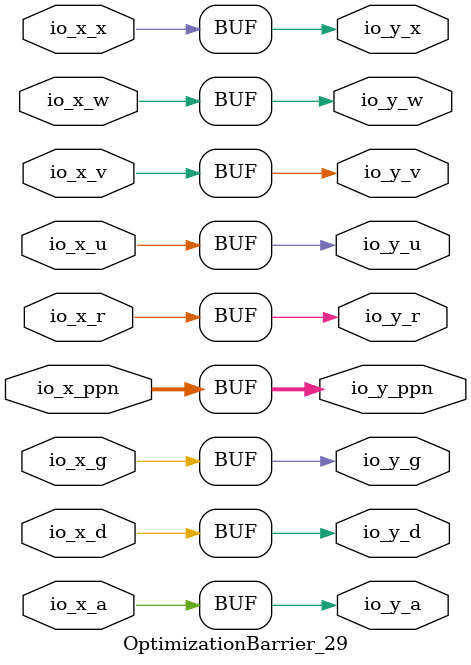
<source format=sv>
`ifndef RANDOMIZE
  `ifdef RANDOMIZE_REG_INIT
    `define RANDOMIZE
  `endif // RANDOMIZE_REG_INIT
`endif // not def RANDOMIZE
`ifndef RANDOMIZE
  `ifdef RANDOMIZE_MEM_INIT
    `define RANDOMIZE
  `endif // RANDOMIZE_MEM_INIT
`endif // not def RANDOMIZE

`ifndef RANDOM
  `define RANDOM $random
`endif // not def RANDOM

// Users can define 'PRINTF_COND' to add an extra gate to prints.
`ifndef PRINTF_COND_
  `ifdef PRINTF_COND
    `define PRINTF_COND_ (`PRINTF_COND)
  `else  // PRINTF_COND
    `define PRINTF_COND_ 1
  `endif // PRINTF_COND
`endif // not def PRINTF_COND_

// Users can define 'ASSERT_VERBOSE_COND' to add an extra gate to assert error printing.
`ifndef ASSERT_VERBOSE_COND_
  `ifdef ASSERT_VERBOSE_COND
    `define ASSERT_VERBOSE_COND_ (`ASSERT_VERBOSE_COND)
  `else  // ASSERT_VERBOSE_COND
    `define ASSERT_VERBOSE_COND_ 1
  `endif // ASSERT_VERBOSE_COND
`endif // not def ASSERT_VERBOSE_COND_

// Users can define 'STOP_COND' to add an extra gate to stop conditions.
`ifndef STOP_COND_
  `ifdef STOP_COND
    `define STOP_COND_ (`STOP_COND)
  `else  // STOP_COND
    `define STOP_COND_ 1
  `endif // STOP_COND
`endif // not def STOP_COND_

// Users can define INIT_RANDOM as general code that gets injected into the
// initializer block for modules with registers.
`ifndef INIT_RANDOM
  `define INIT_RANDOM
`endif // not def INIT_RANDOM

// If using random initialization, you can also define RANDOMIZE_DELAY to
// customize the delay used, otherwise 0.002 is used.
`ifndef RANDOMIZE_DELAY
  `define RANDOMIZE_DELAY 0.002
`endif // not def RANDOMIZE_DELAY

// Define INIT_RANDOM_PROLOG_ for use in our modules below.
`ifndef INIT_RANDOM_PROLOG_
  `ifdef RANDOMIZE
    `ifdef VERILATOR
      `define INIT_RANDOM_PROLOG_ `INIT_RANDOM
    `else  // VERILATOR
      `define INIT_RANDOM_PROLOG_ `INIT_RANDOM #`RANDOMIZE_DELAY begin end
    `endif // VERILATOR
  `else  // RANDOMIZE
    `define INIT_RANDOM_PROLOG_
  `endif // RANDOMIZE
`endif // not def INIT_RANDOM_PROLOG_

module OptimizationBarrier_29(
  input  [43:0] io_x_ppn,
  input         io_x_d,
                io_x_a,
                io_x_g,
                io_x_u,
                io_x_x,
                io_x_w,
                io_x_r,
                io_x_v,
  output [43:0] io_y_ppn,
  output        io_y_d,
                io_y_a,
                io_y_g,
                io_y_u,
                io_y_x,
                io_y_w,
                io_y_r,
                io_y_v
);

  assign io_y_ppn = io_x_ppn;
  assign io_y_d = io_x_d;
  assign io_y_a = io_x_a;
  assign io_y_g = io_x_g;
  assign io_y_u = io_x_u;
  assign io_y_x = io_x_x;
  assign io_y_w = io_x_w;
  assign io_y_r = io_x_r;
  assign io_y_v = io_x_v;
endmodule


</source>
